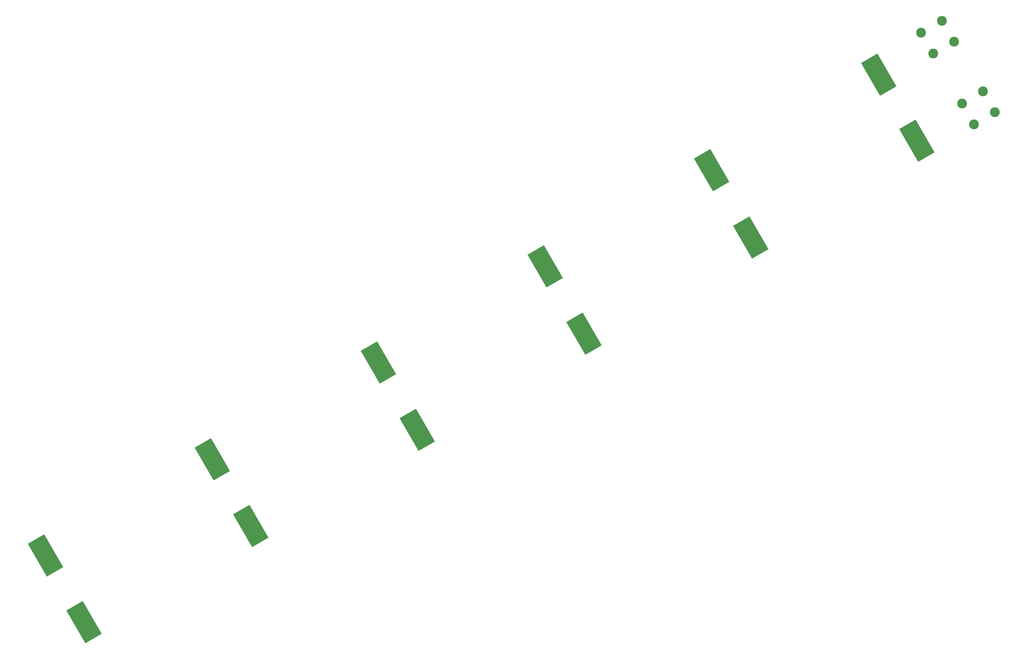
<source format=gts>
G04 #@! TF.GenerationSoftware,KiCad,Pcbnew,7.0.2-0*
G04 #@! TF.CreationDate,2024-01-28T20:09:11-06:00*
G04 #@! TF.ProjectId,bus_bar,6275735f-6261-4722-9e6b-696361645f70,rev?*
G04 #@! TF.SameCoordinates,Original*
G04 #@! TF.FileFunction,Soldermask,Top*
G04 #@! TF.FilePolarity,Negative*
%FSLAX46Y46*%
G04 Gerber Fmt 4.6, Leading zero omitted, Abs format (unit mm)*
G04 Created by KiCad (PCBNEW 7.0.2-0) date 2024-01-28 20:09:11*
%MOMM*%
%LPD*%
G01*
G04 APERTURE LIST*
G04 Aperture macros list*
%AMRotRect*
0 Rectangle, with rotation*
0 The origin of the aperture is its center*
0 $1 length*
0 $2 width*
0 $3 Rotation angle, in degrees counterclockwise*
0 Add horizontal line*
21,1,$1,$2,0,0,$3*%
G04 Aperture macros list end*
%ADD10C,2.600000*%
%ADD11RotRect,5.000000X10.000000X30.000000*%
G04 APERTURE END LIST*
D10*
X263853873Y-31954022D03*
X260678873Y-26454760D03*
X274648874Y-50651510D03*
X271473873Y-45152249D03*
X269149612Y-53826509D03*
X255179613Y-29629761D03*
X265974613Y-48327248D03*
X258354613Y-35129022D03*
D11*
X243991385Y-40731182D03*
X199892294Y-65949316D03*
X254046384Y-58146953D03*
X210157295Y-83728820D03*
X166163205Y-109128818D03*
X122169114Y-134528817D03*
X78175023Y-159928818D03*
X34180934Y-185328819D03*
X155898205Y-91349317D03*
X111904115Y-116749316D03*
X68015024Y-142331182D03*
X24020932Y-167731182D03*
M02*

</source>
